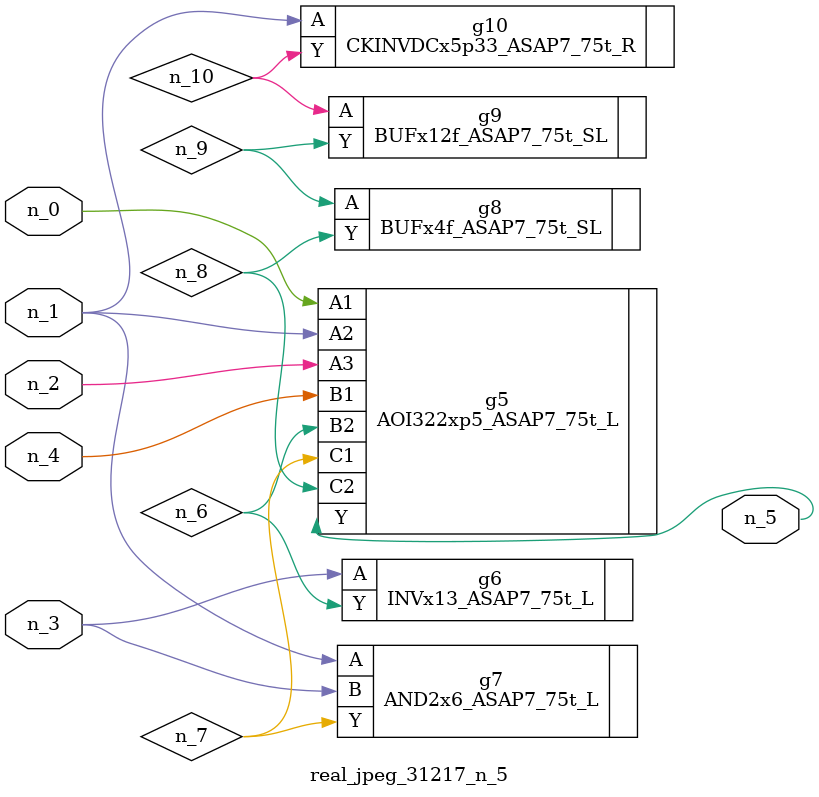
<source format=v>
module real_jpeg_31217_n_5 (n_4, n_0, n_1, n_2, n_3, n_5);

input n_4;
input n_0;
input n_1;
input n_2;
input n_3;

output n_5;

wire n_8;
wire n_6;
wire n_7;
wire n_10;
wire n_9;

AOI322xp5_ASAP7_75t_L g5 ( 
.A1(n_0),
.A2(n_1),
.A3(n_2),
.B1(n_4),
.B2(n_6),
.C1(n_7),
.C2(n_8),
.Y(n_5)
);

AND2x6_ASAP7_75t_L g7 ( 
.A(n_1),
.B(n_3),
.Y(n_7)
);

CKINVDCx5p33_ASAP7_75t_R g10 ( 
.A(n_1),
.Y(n_10)
);

INVx13_ASAP7_75t_L g6 ( 
.A(n_3),
.Y(n_6)
);

BUFx4f_ASAP7_75t_SL g8 ( 
.A(n_9),
.Y(n_8)
);

BUFx12f_ASAP7_75t_SL g9 ( 
.A(n_10),
.Y(n_9)
);


endmodule
</source>
